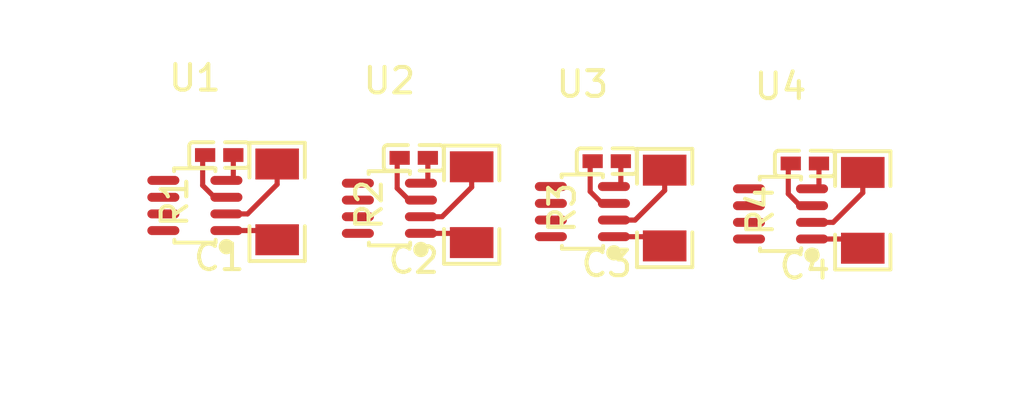
<source format=kicad_pcb>
(kicad_pcb (version 20241229) (generator "pcbnew") (generator_version "9.0")
  (layers (0 "F.Cu" signal) (2 "B.Cu" signal) (13 "F.Paste" user) (15 "B.Paste" user) (5 "F.SilkS" user "F.Silkscreen") (7 "B.SilkS" user "B.Silkscreen") (1 "F.Mask" user) (3 "B.Mask" user) (25 "Edge.Cuts" user))
  (net 0 "")
  (net 1 "current_sensors[3]-ALERT")
  (net 2 "INplus")
  (net 3 "current_sensors[3]-IN_")
  (net 4 "hv")
  (net 5 "gnd-2")
  (net 6 "current_sensors[3]-INplus")
  (net 7 "current_sensors[2]-IN_")
  (net 8 "SDA")
  (net 9 "current_sensors[1]-ALERT")
  (net 10 "gnd-1")
  (net 11 "gnd")
  (net 12 "current_sensors[0]-ALERT")
  (net 13 "SCL")
  (net 14 "IN_")
  (net 15 "current_sensors[2]-ALERT")
  (net 16 "current_sensors[2]-INplus")
  (footprint "atopile:SOT-23-8_L2.9-W1.6-P0.65-LS2.8-BR-f3715a" (layer "F.Cu") (at 141.43 103.44 0)
    (property "Reference" "U1" (at 0 -4.98 0) (layer "F.SilkS") (hide no))
    (property "Value" "")
    (fp_line (start -0.81 -1.45) (end 0.8 -1.45) (stroke (width 0.15)) (layer "F.SilkS"))
    (fp_line (start -0.81 -1.34) (end -0.81 -1.45) (stroke (width 0.15)) (layer "F.SilkS"))
    (fp_line (start -0.8 1.45) (end -0.8 1.34) (stroke (width 0.15)) (layer "F.SilkS"))
    (fp_line (start 0.8 -1.45) (end 0.8 -1.34) (stroke (width 0.15)) (layer "F.SilkS"))
    (fp_line (start 0.81 1.34) (end 0.81 1.45) (stroke (width 0.15)) (layer "F.SilkS"))
    (fp_line (start 0.81 1.45) (end -0.8 1.45) (stroke (width 0.15)) (layer "F.SilkS"))
    (fp_circle (center 1.23 1.61) (end 1.38 1.61) (stroke (width 0.3)) (fill no) (layer "F.SilkS"))
    (fp_text user "${REFERENCE}" (at 0 -4.98 0) (layer "F.SilkS"))
    (pad "1" smd oval (at 1.23 0.98 0) (size 1.25 0.35) (layers "F.Cu" "F.Mask" "F.Paste") (net 2 "INplus"))
    (pad "2" smd oval (at 1.23 0.33 0) (size 1.25 0.35) (layers "F.Cu" "F.Mask" "F.Paste") (net 14 "IN_"))
    (pad "3" smd oval (at 1.23 -0.32 0) (size 1.25 0.35) (layers "F.Cu" "F.Mask" "F.Paste") (net 10 "gnd-1"))
    (pad "4" smd oval (at 1.23 -0.98 0) (size 1.25 0.35) (layers "F.Cu" "F.Mask" "F.Paste") (net 4 "hv"))
    (pad "5" smd oval (at -1.23 -0.98 0) (size 1.25 0.35) (layers "F.Cu" "F.Mask" "F.Paste") (net 13 "SCL"))
    (pad "6" smd oval (at -1.23 -0.32 0) (size 1.25 0.35) (layers "F.Cu" "F.Mask" "F.Paste") (net 8 "SDA"))
    (pad "7" smd oval (at -1.23 0.33 0) (size 1.25 0.35) (layers "F.Cu" "F.Mask" "F.Paste") (net 10 "gnd-1"))
    (pad "8" smd oval (at -1.23 0.98 0) (size 1.25 0.35) (layers "F.Cu" "F.Mask" "F.Paste") (net 12 "current_sensors[0]-ALERT"))
  )
  (footprint "atopile:C0402-b3ef17" (layer "F.Cu") (at 149.97 101.58 180)
    (property "Reference" "C2" (at 0 -4 0) (layer "F.SilkS") (hide no))
    (property "Value" "100nF ±10% 16V X7R")
    (fp_line (start 1.17 0.35) (end 1.17 -0.35) (stroke (width 0.15)) (layer "F.SilkS"))
    (fp_line (start 1.02 -0.5) (end 0.23 -0.5) (stroke (width 0.15)) (layer "F.SilkS"))
    (fp_line (start 0.23 0.5) (end 1.02 0.5) (stroke (width 0.15)) (layer "F.SilkS"))
    (fp_line (start -0.23 0.5) (end -1.02 0.5) (stroke (width 0.15)) (layer "F.SilkS"))
    (fp_line (start -1.02 -0.5) (end -0.23 -0.5) (stroke (width 0.15)) (layer "F.SilkS"))
    (fp_line (start -1.17 0.35) (end -1.17 -0.35) (stroke (width 0.15)) (layer "F.SilkS"))
    (fp_arc (start 1.17 0.35) (mid 1.126066 0.456066) (end 1.02 0.5) (stroke (width 0.15)) (layer "F.SilkS"))
    (fp_arc (start 1.02 -0.5) (mid 1.126066 -0.456066) (end 1.17 -0.35) (stroke (width 0.15)) (layer "F.SilkS"))
    (fp_arc (start -1.02 0.5) (mid -1.126066 0.456066) (end -1.17 0.35) (stroke (width 0.15)) (layer "F.SilkS"))
    (fp_arc (start -1.17 -0.35) (mid -1.126066 -0.456066) (end -1.02 -0.5) (stroke (width 0.15)) (layer "F.SilkS"))
    (fp_text user "${REFERENCE}" (at 0 -4 180) (layer "F.SilkS"))
    (pad "1" smd rect (at -0.55 0 180) (size 0.79 0.54) (layers "F.Cu" "F.Mask" "F.Paste") (net 4 "hv"))
    (pad "2" smd rect (at 0.55 0 180) (size 0.79 0.54) (layers "F.Cu" "F.Mask" "F.Paste") (net 10 "gnd-1"))
  )
  (footprint "atopile:R1206-bdb864" (layer "F.Cu") (at 152.23 103.41 90)
    (property "Reference" "R2" (at 0 -4 90) (layer "F.SilkS") (hide no))
    (property "Value" "70mΩ ±1% 1W")
    (fp_line (start 2.31 -1.08) (end 0.95 -1.08) (stroke (width 0.15)) (layer "F.SilkS"))
    (fp_line (start -2.31 -1.08) (end -0.95 -1.08) (stroke (width 0.15)) (layer "F.SilkS"))
    (fp_line (start 2.31 1.08) (end 2.31 -1.08) (stroke (width 0.15)) (layer "F.SilkS"))
    (fp_line (start 0.95 1.08) (end 2.31 1.08) (stroke (width 0.15)) (layer "F.SilkS"))
    (fp_line (start -0.95 1.08) (end -2.31 1.08) (stroke (width 0.15)) (layer "F.SilkS"))
    (fp_line (start -2.31 1.08) (end -2.31 -1.08) (stroke (width 0.15)) (layer "F.SilkS"))
    (fp_text user "${REFERENCE}" (at 0 -4 90) (layer "F.SilkS"))
    (pad "1" smd rect (at -1.48 0 90) (size 1.21 1.7) (layers "F.Cu" "F.Mask" "F.Paste") (net 5 "gnd-2"))
    (pad "2" smd rect (at 1.48 0 90) (size 1.21 1.7) (layers "F.Cu" "F.Mask" "F.Paste") (net 11 "gnd"))
  )
  (footprint "atopile:C0402-b3ef17" (layer "F.Cu") (at 157.5 101.71 180)
    (property "Reference" "C3" (at 0 -4 0) (layer "F.SilkS") (hide no))
    (property "Value" "100nF ±10% 16V X7R")
    (fp_line (start 1.17 0.35) (end 1.17 -0.35) (stroke (width 0.15)) (layer "F.SilkS"))
    (fp_line (start 1.02 -0.5) (end 0.23 -0.5) (stroke (width 0.15)) (layer "F.SilkS"))
    (fp_line (start 0.23 0.5) (end 1.02 0.5) (stroke (width 0.15)) (layer "F.SilkS"))
    (fp_line (start -0.23 0.5) (end -1.02 0.5) (stroke (width 0.15)) (layer "F.SilkS"))
    (fp_line (start -1.02 -0.5) (end -0.23 -0.5) (stroke (width 0.15)) (layer "F.SilkS"))
    (fp_line (start -1.17 0.35) (end -1.17 -0.35) (stroke (width 0.15)) (layer "F.SilkS"))
    (fp_arc (start 1.17 0.35) (mid 1.126066 0.456066) (end 1.02 0.5) (stroke (width 0.15)) (layer "F.SilkS"))
    (fp_arc (start 1.02 -0.5) (mid 1.126066 -0.456066) (end 1.17 -0.35) (stroke (width 0.15)) (layer "F.SilkS"))
    (fp_arc (start -1.02 0.5) (mid -1.126066 0.456066) (end -1.17 0.35) (stroke (width 0.15)) (layer "F.SilkS"))
    (fp_arc (start -1.17 -0.35) (mid -1.126066 -0.456066) (end -1.02 -0.5) (stroke (width 0.15)) (layer "F.SilkS"))
    (fp_text user "${REFERENCE}" (at 0 -4 180) (layer "F.SilkS"))
    (pad "1" smd rect (at -0.55 0 180) (size 0.79 0.54) (layers "F.Cu" "F.Mask" "F.Paste") (net 4 "hv"))
    (pad "2" smd rect (at 0.55 0 180) (size 0.79 0.54) (layers "F.Cu" "F.Mask" "F.Paste") (net 10 "gnd-1"))
  )
  (footprint "atopile:C0402-b3ef17" (layer "F.Cu") (at 142.38 101.47 180)
    (property "Reference" "C1" (at 0 -4 0) (layer "F.SilkS") (hide no))
    (property "Value" "100nF ±10% 16V X7R")
    (fp_line (start 1.17 0.35) (end 1.17 -0.35) (stroke (width 0.15)) (layer "F.SilkS"))
    (fp_line (start 1.02 -0.5) (end 0.23 -0.5) (stroke (width 0.15)) (layer "F.SilkS"))
    (fp_line (start 0.23 0.5) (end 1.02 0.5) (stroke (width 0.15)) (layer "F.SilkS"))
    (fp_line (start -0.23 0.5) (end -1.02 0.5) (stroke (width 0.15)) (layer "F.SilkS"))
    (fp_line (start -1.02 -0.5) (end -0.23 -0.5) (stroke (width 0.15)) (layer "F.SilkS"))
    (fp_line (start -1.17 0.35) (end -1.17 -0.35) (stroke (width 0.15)) (layer "F.SilkS"))
    (fp_arc (start 1.17 0.35) (mid 1.126066 0.456066) (end 1.02 0.5) (stroke (width 0.15)) (layer "F.SilkS"))
    (fp_arc (start 1.02 -0.5) (mid 1.126066 -0.456066) (end 1.17 -0.35) (stroke (width 0.15)) (layer "F.SilkS"))
    (fp_arc (start -1.02 0.5) (mid -1.126066 0.456066) (end -1.17 0.35) (stroke (width 0.15)) (layer "F.SilkS"))
    (fp_arc (start -1.17 -0.35) (mid -1.126066 -0.456066) (end -1.02 -0.5) (stroke (width 0.15)) (layer "F.SilkS"))
    (fp_text user "${REFERENCE}" (at 0 -4 180) (layer "F.SilkS"))
    (pad "1" smd rect (at -0.55 0 180) (size 0.79 0.54) (layers "F.Cu" "F.Mask" "F.Paste") (net 4 "hv"))
    (pad "2" smd rect (at 0.55 0 180) (size 0.79 0.54) (layers "F.Cu" "F.Mask" "F.Paste") (net 10 "gnd-1"))
  )
  (footprint "atopile:C0402-b3ef17" (layer "F.Cu") (at 165.23 101.8 180)
    (property "Reference" "C4" (at 0 -4 0) (layer "F.SilkS") (hide no))
    (property "Value" "100nF ±10% 16V X7R")
    (fp_line (start 1.17 0.35) (end 1.17 -0.35) (stroke (width 0.15)) (layer "F.SilkS"))
    (fp_line (start 1.02 -0.5) (end 0.23 -0.5) (stroke (width 0.15)) (layer "F.SilkS"))
    (fp_line (start 0.23 0.5) (end 1.02 0.5) (stroke (width 0.15)) (layer "F.SilkS"))
    (fp_line (start -0.23 0.5) (end -1.02 0.5) (stroke (width 0.15)) (layer "F.SilkS"))
    (fp_line (start -1.02 -0.5) (end -0.23 -0.5) (stroke (width 0.15)) (layer "F.SilkS"))
    (fp_line (start -1.17 0.35) (end -1.17 -0.35) (stroke (width 0.15)) (layer "F.SilkS"))
    (fp_arc (start 1.17 0.35) (mid 1.126066 0.456066) (end 1.02 0.5) (stroke (width 0.15)) (layer "F.SilkS"))
    (fp_arc (start 1.02 -0.5) (mid 1.126066 -0.456066) (end 1.17 -0.35) (stroke (width 0.15)) (layer "F.SilkS"))
    (fp_arc (start -1.02 0.5) (mid -1.126066 0.456066) (end -1.17 0.35) (stroke (width 0.15)) (layer "F.SilkS"))
    (fp_arc (start -1.17 -0.35) (mid -1.126066 -0.456066) (end -1.02 -0.5) (stroke (width 0.15)) (layer "F.SilkS"))
    (fp_text user "${REFERENCE}" (at 0 -4 180) (layer "F.SilkS"))
    (pad "1" smd rect (at -0.55 0 180) (size 0.79 0.54) (layers "F.Cu" "F.Mask" "F.Paste") (net 4 "hv"))
    (pad "2" smd rect (at 0.55 0 180) (size 0.79 0.54) (layers "F.Cu" "F.Mask" "F.Paste") (net 10 "gnd-1"))
  )
  (footprint "atopile:R1206-bdb864" (layer "F.Cu") (at 167.49 103.63 90)
    (property "Reference" "R4" (at 0 -4 90) (layer "F.SilkS") (hide no))
    (property "Value" "8mΩ ±1% 1W")
    (fp_line (start 2.31 -1.08) (end 0.95 -1.08) (stroke (width 0.15)) (layer "F.SilkS"))
    (fp_line (start -2.31 -1.08) (end -0.95 -1.08) (stroke (width 0.15)) (layer "F.SilkS"))
    (fp_line (start 2.31 1.08) (end 2.31 -1.08) (stroke (width 0.15)) (layer "F.SilkS"))
    (fp_line (start 0.95 1.08) (end 2.31 1.08) (stroke (width 0.15)) (layer "F.SilkS"))
    (fp_line (start -0.95 1.08) (end -2.31 1.08) (stroke (width 0.15)) (layer "F.SilkS"))
    (fp_line (start -2.31 1.08) (end -2.31 -1.08) (stroke (width 0.15)) (layer "F.SilkS"))
    (fp_text user "${REFERENCE}" (at 0 -4 90) (layer "F.SilkS"))
    (pad "1" smd rect (at -1.48 0 90) (size 1.21 1.7) (layers "F.Cu" "F.Mask" "F.Paste") (net 6 "current_sensors[3]-INplus"))
    (pad "2" smd rect (at 1.48 0 90) (size 1.21 1.7) (layers "F.Cu" "F.Mask" "F.Paste") (net 3 "current_sensors[3]-IN_"))
  )
  (footprint "atopile:SOT-23-8_L2.9-W1.6-P0.65-LS2.8-BR-f3715a" (layer "F.Cu") (at 164.28 103.77 0)
    (property "Reference" "U4" (at 0 -4.98 0) (layer "F.SilkS") (hide no))
    (property "Value" "")
    (fp_line (start -0.81 -1.45) (end 0.8 -1.45) (stroke (width 0.15)) (layer "F.SilkS"))
    (fp_line (start -0.81 -1.34) (end -0.81 -1.45) (stroke (width 0.15)) (layer "F.SilkS"))
    (fp_line (start -0.8 1.45) (end -0.8 1.34) (stroke (width 0.15)) (layer "F.SilkS"))
    (fp_line (start 0.8 -1.45) (end 0.8 -1.34) (stroke (width 0.15)) (layer "F.SilkS"))
    (fp_line (start 0.81 1.34) (end 0.81 1.45) (stroke (width 0.15)) (layer "F.SilkS"))
    (fp_line (start 0.81 1.45) (end -0.8 1.45) (stroke (width 0.15)) (layer "F.SilkS"))
    (fp_circle (center 1.23 1.61) (end 1.38 1.61) (stroke (width 0.3)) (fill no) (layer "F.SilkS"))
    (fp_text user "${REFERENCE}" (at 0 -4.98 0) (layer "F.SilkS"))
    (pad "1" smd oval (at 1.23 0.98 0) (size 1.25 0.35) (layers "F.Cu" "F.Mask" "F.Paste") (net 6 "current_sensors[3]-INplus"))
    (pad "2" smd oval (at 1.23 0.33 0) (size 1.25 0.35) (layers "F.Cu" "F.Mask" "F.Paste") (net 3 "current_sensors[3]-IN_"))
    (pad "3" smd oval (at 1.23 -0.32 0) (size 1.25 0.35) (layers "F.Cu" "F.Mask" "F.Paste") (net 10 "gnd-1"))
    (pad "4" smd oval (at 1.23 -0.98 0) (size 1.25 0.35) (layers "F.Cu" "F.Mask" "F.Paste") (net 4 "hv"))
    (pad "5" smd oval (at -1.23 -0.98 0) (size 1.25 0.35) (layers "F.Cu" "F.Mask" "F.Paste") (net 13 "SCL"))
    (pad "6" smd oval (at -1.23 -0.32 0) (size 1.25 0.35) (layers "F.Cu" "F.Mask" "F.Paste") (net 8 "SDA"))
    (pad "7" smd oval (at -1.23 0.33 0) (size 1.25 0.35) (layers "F.Cu" "F.Mask" "F.Paste") (net 13 "SCL"))
    (pad "8" smd oval (at -1.23 0.98 0) (size 1.25 0.35) (layers "F.Cu" "F.Mask" "F.Paste") (net 1 "current_sensors[3]-ALERT"))
  )
  (footprint "atopile:SOT-23-8_L2.9-W1.6-P0.65-LS2.8-BR-f3715a" (layer "F.Cu") (at 156.55 103.68 0)
    (property "Reference" "U3" (at 0 -4.98 0) (layer "F.SilkS") (hide no))
    (property "Value" "")
    (fp_line (start -0.81 -1.45) (end 0.8 -1.45) (stroke (width 0.15)) (layer "F.SilkS"))
    (fp_line (start -0.81 -1.34) (end -0.81 -1.45) (stroke (width 0.15)) (layer "F.SilkS"))
    (fp_line (start -0.8 1.45) (end -0.8 1.34) (stroke (width 0.15)) (layer "F.SilkS"))
    (fp_line (start 0.8 -1.45) (end 0.8 -1.34) (stroke (width 0.15)) (layer "F.SilkS"))
    (fp_line (start 0.81 1.34) (end 0.81 1.45) (stroke (width 0.15)) (layer "F.SilkS"))
    (fp_line (start 0.81 1.45) (end -0.8 1.45) (stroke (width 0.15)) (layer "F.SilkS"))
    (fp_circle (center 1.23 1.61) (end 1.38 1.61) (stroke (width 0.3)) (fill no) (layer "F.SilkS"))
    (fp_text user "${REFERENCE}" (at 0 -4.98 0) (layer "F.SilkS"))
    (pad "1" smd oval (at 1.23 0.98 0) (size 1.25 0.35) (layers "F.Cu" "F.Mask" "F.Paste") (net 16 "current_sensors[2]-INplus"))
    (pad "2" smd oval (at 1.23 0.33 0) (size 1.25 0.35) (layers "F.Cu" "F.Mask" "F.Paste") (net 7 "current_sensors[2]-IN_"))
    (pad "3" smd oval (at 1.23 -0.32 0) (size 1.25 0.35) (layers "F.Cu" "F.Mask" "F.Paste") (net 10 "gnd-1"))
    (pad "4" smd oval (at 1.23 -0.98 0) (size 1.25 0.35) (layers "F.Cu" "F.Mask" "F.Paste") (net 4 "hv"))
    (pad "5" smd oval (at -1.23 -0.98 0) (size 1.25 0.35) (layers "F.Cu" "F.Mask" "F.Paste") (net 13 "SCL"))
    (pad "6" smd oval (at -1.23 -0.32 0) (size 1.25 0.35) (layers "F.Cu" "F.Mask" "F.Paste") (net 8 "SDA"))
    (pad "7" smd oval (at -1.23 0.33 0) (size 1.25 0.35) (layers "F.Cu" "F.Mask" "F.Paste") (net 8 "SDA"))
    (pad "8" smd oval (at -1.23 0.98 0) (size 1.25 0.35) (layers "F.Cu" "F.Mask" "F.Paste") (net 15 "current_sensors[2]-ALERT"))
  )
  (footprint "atopile:R1206-bdb864" (layer "F.Cu") (at 144.64 103.3 90)
    (property "Reference" "R1" (at 0 -4 90) (layer "F.SilkS") (hide no))
    (property "Value" "750mΩ ±1% 250mW")
    (fp_line (start 2.31 -1.08) (end 0.95 -1.08) (stroke (width 0.15)) (layer "F.SilkS"))
    (fp_line (start -2.31 -1.08) (end -0.95 -1.08) (stroke (width 0.15)) (layer "F.SilkS"))
    (fp_line (start 2.31 1.08) (end 2.31 -1.08) (stroke (width 0.15)) (layer "F.SilkS"))
    (fp_line (start 0.95 1.08) (end 2.31 1.08) (stroke (width 0.15)) (layer "F.SilkS"))
    (fp_line (start -0.95 1.08) (end -2.31 1.08) (stroke (width 0.15)) (layer "F.SilkS"))
    (fp_line (start -2.31 1.08) (end -2.31 -1.08) (stroke (width 0.15)) (layer "F.SilkS"))
    (fp_text user "${REFERENCE}" (at 0 -4 90) (layer "F.SilkS"))
    (pad "1" smd rect (at -1.48 0 90) (size 1.21 1.7) (layers "F.Cu" "F.Mask" "F.Paste") (net 2 "INplus"))
    (pad "2" smd rect (at 1.48 0 90) (size 1.21 1.7) (layers "F.Cu" "F.Mask" "F.Paste") (net 14 "IN_"))
  )
  (footprint "atopile:SOT-23-8_L2.9-W1.6-P0.65-LS2.8-BR-f3715a" (layer "F.Cu") (at 149.02 103.55 0)
    (property "Reference" "U2" (at 0 -4.98 0) (layer "F.SilkS") (hide no))
    (property "Value" "")
    (fp_line (start -0.81 -1.45) (end 0.8 -1.45) (stroke (width 0.15)) (layer "F.SilkS"))
    (fp_line (start -0.81 -1.34) (end -0.81 -1.45) (stroke (width 0.15)) (layer "F.SilkS"))
    (fp_line (start -0.8 1.45) (end -0.8 1.34) (stroke (width 0.15)) (layer "F.SilkS"))
    (fp_line (start 0.8 -1.45) (end 0.8 -1.34) (stroke (width 0.15)) (layer "F.SilkS"))
    (fp_line (start 0.81 1.34) (end 0.81 1.45) (stroke (width 0.15)) (layer "F.SilkS"))
    (fp_line (start 0.81 1.45) (end -0.8 1.45) (stroke (width 0.15)) (layer "F.SilkS"))
    (fp_circle (center 1.23 1.61) (end 1.38 1.61) (stroke (width 0.3)) (fill no) (layer "F.SilkS"))
    (fp_text user "${REFERENCE}" (at 0 -4.98 0) (layer "F.SilkS"))
    (pad "1" smd oval (at 1.23 0.98 0) (size 1.25 0.35) (layers "F.Cu" "F.Mask" "F.Paste") (net 5 "gnd-2"))
    (pad "2" smd oval (at 1.23 0.33 0) (size 1.25 0.35) (layers "F.Cu" "F.Mask" "F.Paste") (net 11 "gnd"))
    (pad "3" smd oval (at 1.23 -0.32 0) (size 1.25 0.35) (layers "F.Cu" "F.Mask" "F.Paste") (net 10 "gnd-1"))
    (pad "4" smd oval (at 1.23 -0.98 0) (size 1.25 0.35) (layers "F.Cu" "F.Mask" "F.Paste") (net 4 "hv"))
    (pad "5" smd oval (at -1.23 -0.98 0) (size 1.25 0.35) (layers "F.Cu" "F.Mask" "F.Paste") (net 13 "SCL"))
    (pad "6" smd oval (at -1.23 -0.32 0) (size 1.25 0.35) (layers "F.Cu" "F.Mask" "F.Paste") (net 8 "SDA"))
    (pad "7" smd oval (at -1.23 0.33 0) (size 1.25 0.35) (layers "F.Cu" "F.Mask" "F.Paste") (net 4 "hv"))
    (pad "8" smd oval (at -1.23 0.98 0) (size 1.25 0.35) (layers "F.Cu" "F.Mask" "F.Paste") (net 9 "current_sensors[1]-ALERT"))
  )
  (footprint "atopile:R1206-bdb864" (layer "F.Cu") (at 159.76 103.54 90)
    (property "Reference" "R3" (at 0 -4 90) (layer "F.SilkS") (hide no))
    (property "Value" "25mΩ ±1% 1W")
    (fp_line (start 2.31 -1.08) (end 0.95 -1.08) (stroke (width 0.15)) (layer "F.SilkS"))
    (fp_line (start -2.31 -1.08) (end -0.95 -1.08) (stroke (width 0.15)) (layer "F.SilkS"))
    (fp_line (start 2.31 1.08) (end 2.31 -1.08) (stroke (width 0.15)) (layer "F.SilkS"))
    (fp_line (start 0.95 1.08) (end 2.31 1.08) (stroke (width 0.15)) (layer "F.SilkS"))
    (fp_line (start -0.95 1.08) (end -2.31 1.08) (stroke (width 0.15)) (layer "F.SilkS"))
    (fp_line (start -2.31 1.08) (end -2.31 -1.08) (stroke (width 0.15)) (layer "F.SilkS"))
    (fp_text user "${REFERENCE}" (at 0 -4 90) (layer "F.SilkS"))
    (pad "1" smd rect (at -1.48 0 90) (size 1.21 1.7) (layers "F.Cu" "F.Mask" "F.Paste") (net 16 "current_sensors[2]-INplus"))
    (pad "2" smd rect (at 1.48 0 90) (size 1.21 1.7) (layers "F.Cu" "F.Mask" "F.Paste") (net 7 "current_sensors[2]-IN_"))
  )
  (segment (start 142.66 104.42) (end 144.28 104.42) (width 0.2) (net 2) (layer "F.Cu"))
  (segment (start 144.28 104.42) (end 144.64 104.78) (width 0.2) (net 2) (layer "F.Cu"))
  (segment (start 166.335 104.1) (end 167.49 102.945) (width 0.2) (net 3) (layer "F.Cu"))
  (segment (start 165.51 104.1) (end 166.335 104.1) (width 0.2) (net 3) (layer "F.Cu"))
  (segment (start 167.49 102.945) (end 167.49 102.15) (width 0.2) (net 3) (layer "F.Cu"))
  (segment (start 158.031805 102.7) (end 157.78 102.7) (width 0.2) (net 4) (layer "F.Cu"))
  (segment (start 142.93 101.47) (end 142.93 102.441805) (width 0.2) (net 4) (layer "F.Cu"))
  (segment (start 150.52 101.58) (end 150.52 102.551805) (width 0.2) (net 4) (layer "F.Cu"))
  (segment (start 165.78 101.8) (end 165.78 102.771805) (width 0.2) (net 4) (layer "F.Cu"))
  (segment (start 142.93 102.441805) (end 142.911805 102.46) (width 0.2) (net 4) (layer "F.Cu"))
  (segment (start 165.78 102.771805) (end 165.761805 102.79) (width 0.2) (net 4) (layer "F.Cu"))
  (segment (start 165.761805 102.79) (end 165.51 102.79) (width 0.2) (net 4) (layer "F.Cu"))
  (segment (start 158.05 101.71) (end 158.05 102.681805) (width 0.2) (net 4) (layer "F.Cu"))
  (segment (start 150.52 102.551805) (end 150.501805 102.57) (width 0.2) (net 4) (layer "F.Cu"))
  (segment (start 158.05 102.681805) (end 158.031805 102.7) (width 0.2) (net 4) (layer "F.Cu"))
  (segment (start 142.911805 102.46) (end 142.66 102.46) (width 0.2) (net 4) (layer "F.Cu"))
  (segment (start 150.501805 102.57) (end 150.25 102.57) (width 0.2) (net 4) (layer "F.Cu"))
  (segment (start 151.87 104.53) (end 152.23 104.89) (width 0.2) (net 5) (layer "F.Cu"))
  (segment (start 150.25 104.53) (end 151.87 104.53) (width 0.2) (net 5) (layer "F.Cu"))
  (segment (start 167.13 104.75) (end 167.49 105.11) (width 0.2) (net 6) (layer "F.Cu"))
  (segment (start 165.51 104.75) (end 167.13 104.75) (width 0.2) (net 6) (layer "F.Cu"))
  (segment (start 159.76 102.855) (end 159.76 102.06) (width 0.2) (net 7) (layer "F.Cu"))
  (segment (start 158.605 104.01) (end 159.76 102.855) (width 0.2) (net 7) (layer "F.Cu"))
  (segment (start 157.78 104.01) (end 158.605 104.01) (width 0.2) (net 7) (layer "F.Cu"))
  (segment (start 149.324 101.676) (end 149.324 102.767166) (width 0.2) (net 10) (layer "F.Cu"))
  (segment (start 141.83 101.47) (end 141.734 101.566) (width 0.2) (net 10) (layer "F.Cu"))
  (segment (start 149.324 102.767166) (end 149.786834 103.23) (width 0.2) (net 10) (layer "F.Cu"))
  (segment (start 156.95 101.71) (end 156.854 101.806) (width 0.2) (net 10) (layer "F.Cu"))
  (segment (start 165.046834 103.45) (end 165.51 103.45) (width 0.2) (net 10) (layer "F.Cu"))
  (segment (start 142.196834 103.12) (end 142.66 103.12) (width 0.2) (net 10) (layer "F.Cu"))
  (segment (start 141.734 101.566) (end 141.734 102.657166) (width 0.2) (net 10) (layer "F.Cu"))
  (segment (start 156.854 101.806) (end 156.854 102.897166) (width 0.2) (net 10) (layer "F.Cu"))
  (segment (start 149.786834 103.23) (end 150.25 103.23) (width 0.2) (net 10) (layer "F.Cu"))
  (segment (start 157.316834 103.36) (end 157.78 103.36) (width 0.2) (net 10) (layer "F.Cu"))
  (segment (start 164.584 101.896) (end 164.584 102.987166) (width 0.2) (net 10) (layer "F.Cu"))
  (segment (start 164.68 101.8) (end 164.584 101.896) (width 0.2) (net 10) (layer "F.Cu"))
  (segment (start 141.734 102.657166) (end 142.196834 103.12) (width 0.2) (net 10) (layer "F.Cu"))
  (segment (start 164.584 102.987166) (end 165.046834 103.45) (width 0.2) (net 10) (layer "F.Cu"))
  (segment (start 156.854 102.897166) (end 157.316834 103.36) (width 0.2) (net 10) (layer "F.Cu"))
  (segment (start 149.42 101.58) (end 149.324 101.676) (width 0.2) (net 10) (layer "F.Cu"))
  (segment (start 152.23 102.725) (end 152.23 101.93) (width 0.2) (net 11) (layer "F.Cu"))
  (segment (start 150.25 103.88) (end 151.075 103.88) (width 0.2) (net 11) (layer "F.Cu"))
  (segment (start 151.075 103.88) (end 152.23 102.725) (width 0.2) (net 11) (layer "F.Cu"))
  (segment (start 142.66 103.77) (end 143.485 103.77) (width 0.2) (net 14) (layer "F.Cu"))
  (segment (start 143.485 103.77) (end 144.64 102.615) (width 0.2) (net 14) (layer "F.Cu"))
  (segment (start 144.64 102.615) (end 144.64 101.82) (width 0.2) (net 14) (layer "F.Cu"))
  (segment (start 157.78 104.66) (end 159.4 104.66) (width 0.2) (net 16) (layer "F.Cu"))
  (segment (start 159.4 104.66) (end 159.76 105.02) (width 0.2) (net 16) (layer "F.Cu"))
)
</source>
